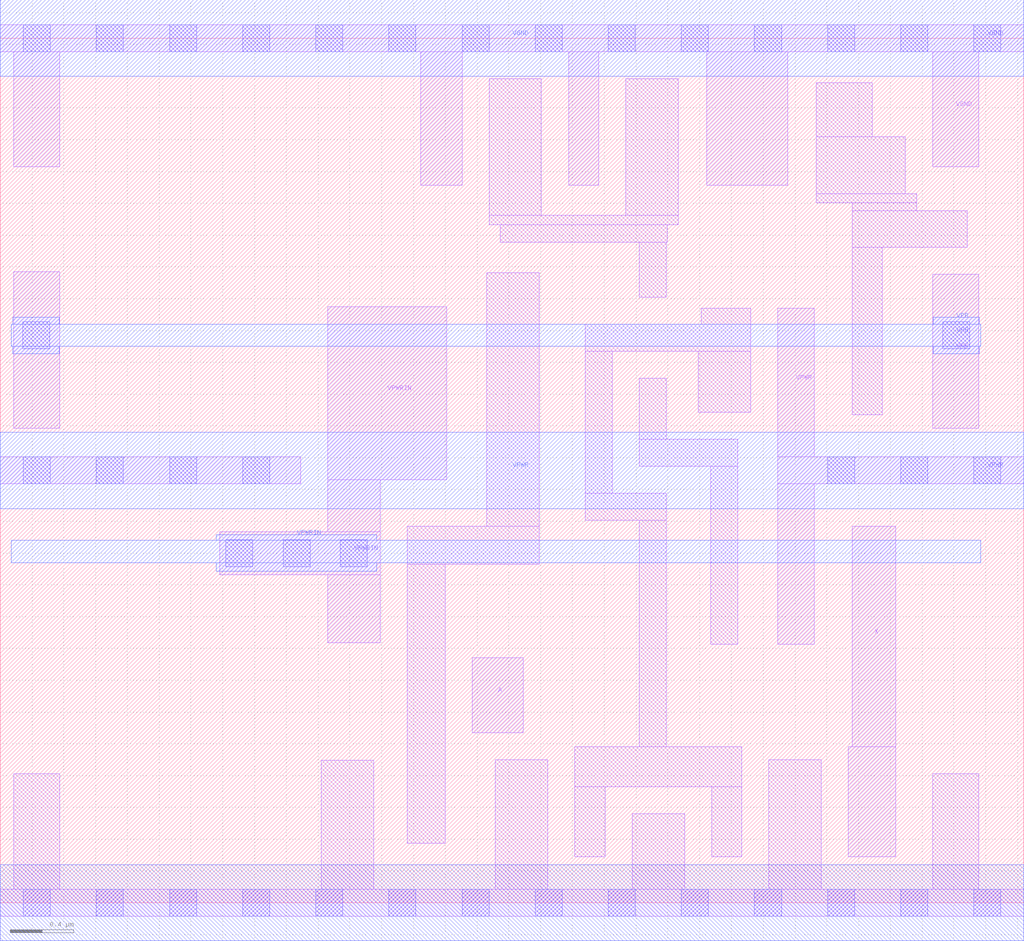
<source format=lef>
# Copyright 2020 The SkyWater PDK Authors
#
# Licensed under the Apache License, Version 2.0 (the "License");
# you may not use this file except in compliance with the License.
# You may obtain a copy of the License at
#
#     https://www.apache.org/licenses/LICENSE-2.0
#
# Unless required by applicable law or agreed to in writing, software
# distributed under the License is distributed on an "AS IS" BASIS,
# WITHOUT WARRANTIES OR CONDITIONS OF ANY KIND, either express or implied.
# See the License for the specific language governing permissions and
# limitations under the License.
#
# SPDX-License-Identifier: Apache-2.0

VERSION 5.7 ;
  NAMESCASESENSITIVE ON ;
  NOWIREEXTENSIONATPIN ON ;
  DIVIDERCHAR "/" ;
  BUSBITCHARS "[]" ;
UNITS
  DATABASE MICRONS 200 ;
END UNITS
MACRO sky130_fd_sc_hd__lpflow_lsbuf_lh_hl_isowell_tap_1
  CLASS CORE ;
  SOURCE USER ;
  FOREIGN sky130_fd_sc_hd__lpflow_lsbuf_lh_hl_isowell_tap_1 ;
  ORIGIN  0.000000  0.000000 ;
  SIZE  6.440000 BY  5.440000 ;
  SYMMETRY X Y R90 ;
  SITE unithd ;
  PIN A
    ANTENNAGATEAREA  0.603000 ;
    DIRECTION INPUT ;
    USE SIGNAL ;
    PORT
      LAYER li1 ;
        RECT 2.970000 1.070000 3.290000 1.540000 ;
    END
  END A
  PIN VPB
    ANTENNADIFFAREA  0.297500 ;
    PORT
      LAYER li1 ;
        RECT 0.085000 2.985000 0.375000 3.970000 ;
        RECT 5.865000 2.985000 6.155000 3.955000 ;
      LAYER mcon ;
        RECT 0.140000 3.485000 0.310000 3.655000 ;
        RECT 5.930000 3.485000 6.100000 3.655000 ;
      LAYER met1 ;
        RECT 0.070000 3.500000 6.170000 3.640000 ;
        RECT 0.080000 3.455000 0.370000 3.500000 ;
        RECT 0.080000 3.640000 0.370000 3.685000 ;
        RECT 5.870000 3.455000 6.160000 3.500000 ;
        RECT 5.870000 3.640000 6.160000 3.685000 ;
    END
  END VPB
  PIN X
    ANTENNADIFFAREA  0.402500 ;
    DIRECTION OUTPUT ;
    USE SIGNAL ;
    PORT
      LAYER li1 ;
        RECT 5.335000 0.290000 5.635000 0.980000 ;
        RECT 5.360000 0.980000 5.635000 2.370000 ;
    END
  END X
  PIN VGND
    DIRECTION INOUT ;
    SHAPE ABUTMENT ;
    USE GROUND ;
    PORT
      LAYER li1 ;
        RECT 0.000000 5.355000 6.440000 5.525000 ;
        RECT 0.085000 4.630000 0.375000 5.355000 ;
        RECT 2.645000 4.515000 2.905000 5.355000 ;
        RECT 3.575000 4.515000 3.765000 5.355000 ;
        RECT 4.445000 4.515000 4.955000 5.355000 ;
        RECT 5.865000 4.630000 6.155000 5.355000 ;
      LAYER mcon ;
        RECT 0.145000 5.355000 0.315000 5.525000 ;
        RECT 0.605000 5.355000 0.775000 5.525000 ;
        RECT 1.065000 5.355000 1.235000 5.525000 ;
        RECT 1.525000 5.355000 1.695000 5.525000 ;
        RECT 1.985000 5.355000 2.155000 5.525000 ;
        RECT 2.445000 5.355000 2.615000 5.525000 ;
        RECT 2.905000 5.355000 3.075000 5.525000 ;
        RECT 3.365000 5.355000 3.535000 5.525000 ;
        RECT 3.825000 5.355000 3.995000 5.525000 ;
        RECT 4.285000 5.355000 4.455000 5.525000 ;
        RECT 4.745000 5.355000 4.915000 5.525000 ;
        RECT 5.205000 5.355000 5.375000 5.525000 ;
        RECT 5.665000 5.355000 5.835000 5.525000 ;
        RECT 6.125000 5.355000 6.295000 5.525000 ;
      LAYER met1 ;
        RECT 0.000000 5.200000 6.440000 5.680000 ;
    END
  END VGND
  PIN VPWR
    DIRECTION INOUT ;
    SHAPE ABUTMENT ;
    USE POWER ;
    PORT
      LAYER li1 ;
        RECT 0.000000 2.635000 1.890000 2.805000 ;
        RECT 4.890000 1.625000 5.120000 2.635000 ;
        RECT 4.890000 2.635000 6.440000 2.805000 ;
        RECT 4.890000 2.805000 5.120000 3.740000 ;
      LAYER mcon ;
        RECT 0.145000 2.635000 0.315000 2.805000 ;
        RECT 0.605000 2.635000 0.775000 2.805000 ;
        RECT 1.065000 2.635000 1.235000 2.805000 ;
        RECT 1.525000 2.635000 1.695000 2.805000 ;
        RECT 5.205000 2.635000 5.375000 2.805000 ;
        RECT 5.665000 2.635000 5.835000 2.805000 ;
        RECT 6.125000 2.635000 6.295000 2.805000 ;
      LAYER met1 ;
        RECT 0.000000 2.480000 6.440000 2.960000 ;
    END
  END VPWR
  PIN VPWRIN
    DIRECTION INOUT ;
    SHAPE ABUTMENT ;
    USE POWER ;
    PORT
      LAYER li1 ;
        RECT 1.380000 2.065000 2.390000 2.335000 ;
        RECT 2.060000 1.635000 2.390000 2.065000 ;
        RECT 2.060000 2.335000 2.390000 2.660000 ;
        RECT 2.060000 2.660000 2.810000 3.750000 ;
      LAYER mcon ;
        RECT 1.420000 2.115000 1.590000 2.285000 ;
        RECT 1.780000 2.115000 1.950000 2.285000 ;
        RECT 2.140000 2.115000 2.310000 2.285000 ;
      LAYER met1 ;
        RECT 0.070000 2.140000 6.170000 2.280000 ;
        RECT 1.360000 2.085000 2.370000 2.140000 ;
        RECT 1.360000 2.280000 2.370000 2.315000 ;
    END
  END VPWRIN
  OBS
    LAYER li1 ;
      RECT 0.000000 -0.085000 6.440000 0.085000 ;
      RECT 0.085000  0.085000 0.375000 0.810000 ;
      RECT 2.020000  0.085000 2.350000 0.895000 ;
      RECT 2.560000  0.375000 2.800000 2.130000 ;
      RECT 2.560000  2.130000 3.390000 2.370000 ;
      RECT 3.060000  2.370000 3.390000 3.965000 ;
      RECT 3.075000  4.265000 4.265000 4.325000 ;
      RECT 3.075000  4.325000 3.405000 5.185000 ;
      RECT 3.115000  0.085000 3.445000 0.900000 ;
      RECT 3.145000  4.155000 4.195000 4.265000 ;
      RECT 3.615000  0.290000 3.805000 0.730000 ;
      RECT 3.615000  0.730000 4.665000 0.980000 ;
      RECT 3.680000  2.405000 4.190000 2.575000 ;
      RECT 3.680000  2.575000 3.850000 3.470000 ;
      RECT 3.680000  3.470000 4.720000 3.640000 ;
      RECT 3.935000  4.325000 4.265000 5.185000 ;
      RECT 3.975000  0.085000 4.305000 0.560000 ;
      RECT 4.020000  0.980000 4.190000 2.405000 ;
      RECT 4.020000  2.745000 4.640000 2.915000 ;
      RECT 4.020000  2.915000 4.190000 3.300000 ;
      RECT 4.020000  3.810000 4.190000 4.155000 ;
      RECT 4.390000  3.085000 4.720000 3.470000 ;
      RECT 4.410000  3.640000 4.720000 3.740000 ;
      RECT 4.470000  1.625000 4.640000 2.745000 ;
      RECT 4.475000  0.290000 4.665000 0.730000 ;
      RECT 4.835000  0.085000 5.165000 0.900000 ;
      RECT 5.135000  4.405000 5.765000 4.460000 ;
      RECT 5.135000  4.460000 5.695000 4.820000 ;
      RECT 5.135000  4.820000 5.485000 5.160000 ;
      RECT 5.360000  3.070000 5.550000 4.125000 ;
      RECT 5.360000  4.125000 6.085000 4.355000 ;
      RECT 5.360000  4.355000 5.765000 4.405000 ;
      RECT 5.865000  0.085000 6.155000 0.810000 ;
    LAYER mcon ;
      RECT 0.145000 -0.085000 0.315000 0.085000 ;
      RECT 0.605000 -0.085000 0.775000 0.085000 ;
      RECT 1.065000 -0.085000 1.235000 0.085000 ;
      RECT 1.525000 -0.085000 1.695000 0.085000 ;
      RECT 1.985000 -0.085000 2.155000 0.085000 ;
      RECT 2.445000 -0.085000 2.615000 0.085000 ;
      RECT 2.905000 -0.085000 3.075000 0.085000 ;
      RECT 3.365000 -0.085000 3.535000 0.085000 ;
      RECT 3.825000 -0.085000 3.995000 0.085000 ;
      RECT 4.285000 -0.085000 4.455000 0.085000 ;
      RECT 4.745000 -0.085000 4.915000 0.085000 ;
      RECT 5.205000 -0.085000 5.375000 0.085000 ;
      RECT 5.665000 -0.085000 5.835000 0.085000 ;
      RECT 6.125000 -0.085000 6.295000 0.085000 ;
    LAYER met1 ;
      RECT 0.000000 -0.240000 6.440000 0.240000 ;
  END
END sky130_fd_sc_hd__lpflow_lsbuf_lh_hl_isowell_tap_1
END LIBRARY

</source>
